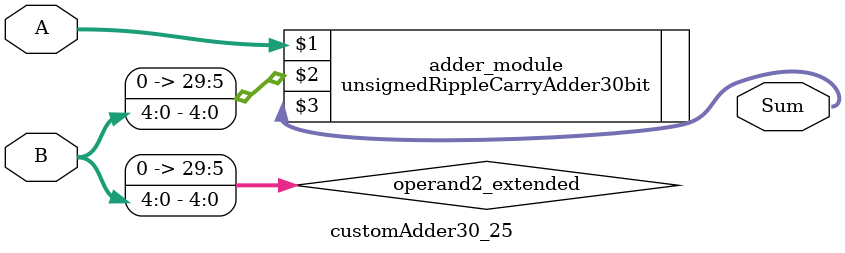
<source format=v>

module customAdder30_25(
                    input [29 : 0] A,
                    input [4 : 0] B,
                    
                    output [30 : 0] Sum
            );

    wire [29 : 0] operand2_extended;
    
    assign operand2_extended =  {25'b0, B};
    
    unsignedRippleCarryAdder30bit adder_module(
        A,
        operand2_extended,
        Sum
    );
    
endmodule
        
</source>
